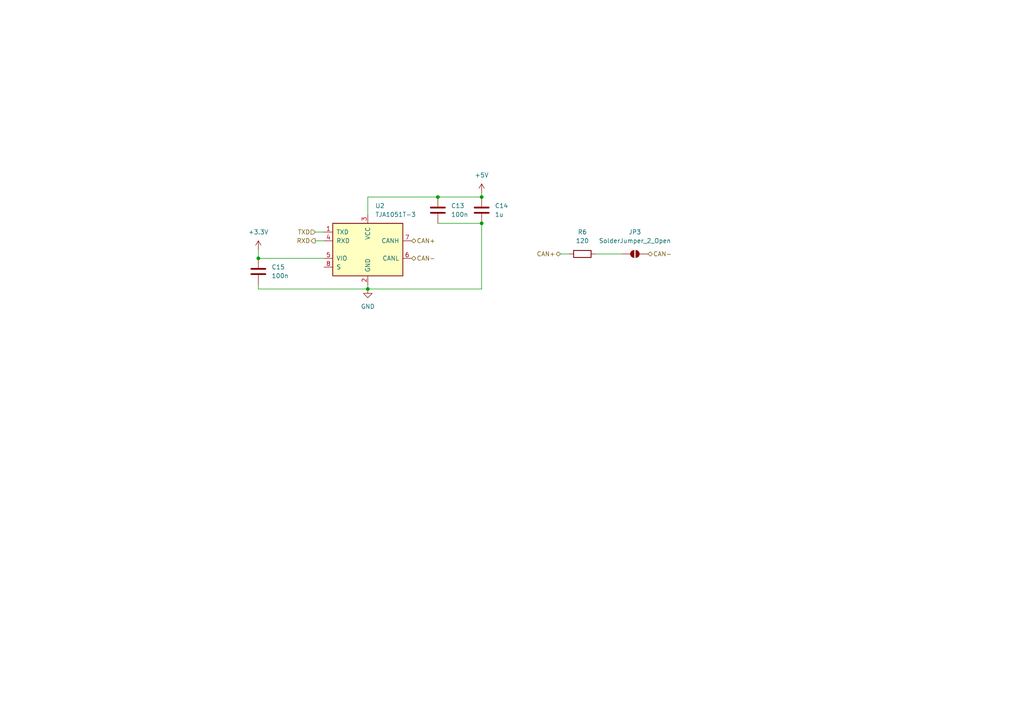
<source format=kicad_sch>
(kicad_sch (version 20250114) (generator "eeschema") (generator_version "9.0")
  (paper "A4")
  (lib_symbols
    (symbol "Device:C" (pin_numbers (hide yes)) (pin_names (offset 0.254))
      (property "Reference" "C" (at 0.635 2.54 0))
      (property "Value" "C" (at 0.635 -2.54 0))
      (symbol "C_0_1"
        (polyline (pts (xy -2.032 0.762) (xy 2.032 0.762)) (stroke (width 0.508)))
        (polyline (pts (xy -2.032 -0.762) (xy 2.032 -0.762)) (stroke (width 0.508)))
      )
      (symbol "C_1_1"
        (pin passive line (at 0 3.81 270) (length 2.794) (name "~") (number "1"))
        (pin passive line (at 0 -3.81 90) (length 2.794) (name "~") (number "2"))
      )
    )
    (symbol "Device:R" (pin_numbers (hide yes)) (pin_names (offset 0))
      (property "Reference" "R" (at 2.032 0 90))
      (property "Value" "R" (at 0 0 90))
      (symbol "R_0_1"
        (rectangle (start -1.016 -2.54) (end 1.016 2.54) (stroke (width 0.254)))
      )
      (symbol "R_1_1"
        (pin passive line (at 0 3.81 270) (length 1.27) (name "~") (number "1"))
        (pin passive line (at 0 -3.81 90) (length 1.27) (name "~") (number "2"))
      )
    )
    (symbol "Interface_CAN_LIN:TJA1051T-3" (pin_names (offset 1.016))
      (property "Reference" "U" (at -10.16 8.89 0))
      (property "Value" "TJA1051T-3" (at 1.27 8.89 0))
      (symbol "TJA1051T-3_0_1"
        (rectangle (start -10.16 7.62) (end 10.16 -7.62) (stroke (width 0.254)) (fill (type background)))
      )
      (symbol "TJA1051T-3_1_1"
        (pin input line (at -12.7 5.08 0) (length 2.54) (name "TXD") (number "1"))
        (pin output line (at -12.7 2.54 0) (length 2.54) (name "RXD") (number "4"))
        (pin power_in line (at -12.7 -2.54 0) (length 2.54) (name "VIO") (number "5"))
        (pin input line (at -12.7 -5.08 0) (length 2.54) (name "S") (number "8"))
        (pin power_in line (at 0 10.16 270) (length 2.54) (name "VCC") (number "3"))
        (pin power_in line (at 0 -10.16 90) (length 2.54) (name "GND") (number "2"))
        (pin bidirectional line (at 12.7 2.54 180) (length 2.54) (name "CANH") (number "7"))
        (pin bidirectional line (at 12.7 -2.54 180) (length 2.54) (name "CANL") (number "6"))
      )
    )
    (symbol "Jumper:SolderJumper_2_Open" (pin_numbers (hide yes)) (pin_names (offset 0) (hide yes)) (in_bom no)
      (property "Reference" "JP" (at 0 2.032 0))
      (property "Value" "SolderJumper_2_Open" (at 0 -2.54 0))
      (symbol "SolderJumper_2_Open_0_1"
        (polyline (pts (xy -0.254 1.016) (xy -0.254 -1.016)))
        (arc (start -0.254 -1.016) (mid -1.2656 0) (end -0.254 1.016))
        (arc (start -0.254 -1.016) (mid -1.2656 0) (end -0.254 1.016) (fill (type outline)))
        (arc (start 0.254 1.016) (mid 1.2656 0) (end 0.254 -1.016))
        (arc (start 0.254 1.016) (mid 1.2656 0) (end 0.254 -1.016) (fill (type outline)))
        (polyline (pts (xy 0.254 1.016) (xy 0.254 -1.016)))
      )
      (symbol "SolderJumper_2_Open_1_1"
        (pin passive line (at -3.81 0 0) (length 2.54) (name "A") (number "1"))
        (pin passive line (at 3.81 0 180) (length 2.54) (name "B") (number "2"))
      )
    )
    (symbol "power:+3.3V" (power) (pin_numbers (hide yes)) (pin_names (offset 0) (hide yes))
      (property "Value" "+3.3V" (at 0 3.556 0))
      (symbol "+3.3V_0_1"
        (polyline (pts (xy -0.762 1.27) (xy 0 2.54)))
        (polyline (pts (xy 0 2.54) (xy 0.762 1.27)))
        (polyline (pts (xy 0 0) (xy 0 2.54)))
      )
      (symbol "+3.3V_1_1"
        (pin power_in line (at 0 0 90) (length 0) (name "~") (number "1"))
      )
    )
    (symbol "power:GND" (power) (pin_numbers (hide yes)) (pin_names (offset 0) (hide yes))
      (property "Value" "GND" (at 0 -3.81 0))
      (symbol "GND_0_1"
        (polyline (pts (xy 0 0) (xy 0 -1.27) (xy 1.27 -1.27) (xy 0 -2.54) (xy -1.27 -1.27) (xy 0 -1.27)))
      )
      (symbol "GND_1_1"
        (pin power_in line (at 0 0 270) (length 0) (name "~") (number "1"))
      )
    )
  )
  (junction (at 74.93 74.93))
  (junction (at 127 57.15))
  (junction (at 106.68 83.82))
  (junction (at 139.7 57.15))
  (junction (at 139.7 64.77))
  (wire (pts (xy 139.7 55.88) (xy 139.7 57.15)))
  (wire (pts (xy 165.1 73.66) (xy 162.56 73.66)))
  (wire (pts (xy 127 57.15) (xy 106.68 57.15)))
  (wire (pts (xy 106.68 57.15) (xy 106.68 62.23)))
  (wire (pts (xy 127 57.15) (xy 139.7 57.15)))
  (wire (pts (xy 74.93 74.93) (xy 93.98 74.93)))
  (wire (pts (xy 74.93 83.82) (xy 106.68 83.82)))
  (wire (pts (xy 74.93 74.93) (xy 74.93 72.39)))
  (wire (pts (xy 91.44 69.85) (xy 93.98 69.85)))
  (wire (pts (xy 74.93 82.55) (xy 74.93 83.82)))
  (wire (pts (xy 91.44 67.31) (xy 93.98 67.31)))
  (wire (pts (xy 139.7 64.77) (xy 139.7 83.82)))
  (wire (pts (xy 106.68 83.82) (xy 106.68 82.55)))
  (wire (pts (xy 127 64.77) (xy 139.7 64.77)))
  (wire (pts (xy 172.72 73.66) (xy 180.34 73.66)))
  (wire (pts (xy 139.7 83.82) (xy 106.68 83.82)))
  (hierarchical_label "CAN-" (shape bidirectional) (at 119.38 74.93 0))
  (hierarchical_label "CAN-" (shape bidirectional) (at 187.96 73.66 0))
  (hierarchical_label "RXD" (shape output) (at 91.44 69.85 180))
  (hierarchical_label "TXD" (shape input) (at 91.44 67.31 180))
  (hierarchical_label "CAN+" (shape bidirectional) (at 119.38 69.85 0))
  (hierarchical_label "CAN+" (shape bidirectional) (at 162.56 73.66 180))
  (symbol (lib_id "Jumper:SolderJumper_2_Open") (at 184.15 73.66 0) (unit 1) (in_bom no)
    (property "Reference" "JP3" (at 184.15 67.31 0))
    (property "Value" "SolderJumper_2_Open" (at 184.15 69.85 0))
    (property "Footprint" "Jumper:SolderJumper-2_P1.3mm_Open_RoundedPad1.0x1.5mm" (effects (hide yes)))
    (property "Description" "Solder Jumper, 2-pole, open" (effects (hide yes)))
  )
  (symbol (lib_id "power:+3.3V") (at 74.93 72.39 0) (unit 1)
    (property "Reference" "#PWR019" (effects (hide yes)))
    (property "Value" "+3.3V" (at 74.93 67.31 0))
    (property "Description" "Power symbol creates a global label with name \"+3.3V\"" (effects (hide yes)))
  )
  (symbol (lib_id "power:+3.3V") (at 139.7 55.88 0) (unit 1)
    (property "Reference" "#PWR018" (effects (hide yes)))
    (property "Value" "+5V" (at 139.7 50.8 0))
    (property "Description" "Power symbol creates a global label with name \"+3.3V\"" (effects (hide yes)))
  )
  (symbol (lib_id "Device:C") (at 127 60.96 0) (unit 1)
    (property "Reference" "C13" (at 130.81 59.6899 0) (effects (justify left)))
    (property "Value" "100n" (at 130.81 62.2299 0) (effects (justify left)))
    (property "Footprint" "Capacitor_SMD:C_0603_1608Metric_Pad1.08x0.95mm_HandSolder" (effects (hide yes)))
    (property "Description" "Unpolarized capacitor" (effects (hide yes)))
  )
  (symbol (lib_id "Interface_CAN_LIN:TJA1051T-3") (at 106.68 72.39 0) (unit 1)
    (property "Reference" "U2" (at 108.8233 59.69 0) (effects (justify left)))
    (property "Value" "TJA1051T-3" (at 108.8233 62.23 0) (effects (justify left)))
    (property "Footprint" "Package_SO:SOIC-8_3.9x4.9mm_P1.27mm" (effects (hide yes)))
    (property "Datasheet" "http://www.nxp.com/docs/en/data-sheet/TJA1051.pdf" (effects (hide yes)))
    (property "Description" "High-Speed CAN Transceiver, separate VIO, silent mode, SOIC-8" (effects (hide yes)))
  )
  (symbol (lib_id "Device:C") (at 139.7 60.96 0) (unit 1)
    (property "Reference" "C14" (at 143.51 59.6899 0) (effects (justify left)))
    (property "Value" "1u" (at 143.51 62.2299 0) (effects (justify left)))
    (property "Footprint" "Capacitor_SMD:C_0603_1608Metric_Pad1.08x0.95mm_HandSolder" (effects (hide yes)))
    (property "Description" "Unpolarized capacitor" (effects (hide yes)))
  )
  (symbol (lib_id "power:GND") (at 106.68 83.82 0) (unit 1)
    (property "Reference" "#PWR020" (effects (hide yes)))
    (property "Value" "GND" (at 106.68 88.9 0))
    (property "Description" "Power symbol creates a global label with name \"GND\" , ground" (effects (hide yes)))
  )
  (symbol (lib_id "Device:R") (at 168.91 73.66 90) (unit 1)
    (property "Reference" "R6" (at 168.91 67.31 90))
    (property "Value" "120" (at 168.91 69.85 90))
    (property "Footprint" "Resistor_SMD:R_0603_1608Metric_Pad0.98x0.95mm_HandSolder" (effects (hide yes)))
    (property "Description" "Resistor" (effects (hide yes)))
  )
  (symbol (lib_id "Device:C") (at 74.93 78.74 0) (unit 1)
    (property "Reference" "C15" (at 78.74 77.4699 0) (effects (justify left)))
    (property "Value" "100n" (at 78.74 80.0099 0) (effects (justify left)))
    (property "Footprint" "Capacitor_SMD:C_0603_1608Metric_Pad1.08x0.95mm_HandSolder" (effects (hide yes)))
    (property "Description" "Unpolarized capacitor" (effects (hide yes)))
  )
)
</source>
